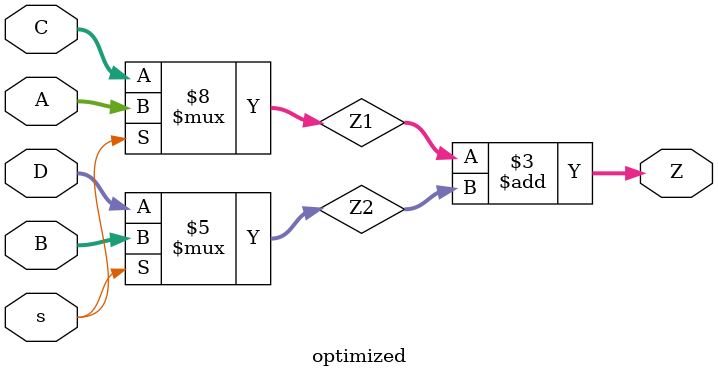
<source format=v>
module optimized(
    input wire s,
    input wire [31:0] A, B, C, D,
    output reg [32:0] Z
);

reg [31:0] Z1, Z2;  // Intermediate values

always @(s, A, B, C, D) begin
    if (s) begin
        Z1 <= A;
        Z2 <= B;
    end else begin
        Z1 <= C;
        Z2 <= D;
    end
end

always @(Z1, Z2) begin
    Z <= Z1 + Z2;
end

endmodule

</source>
